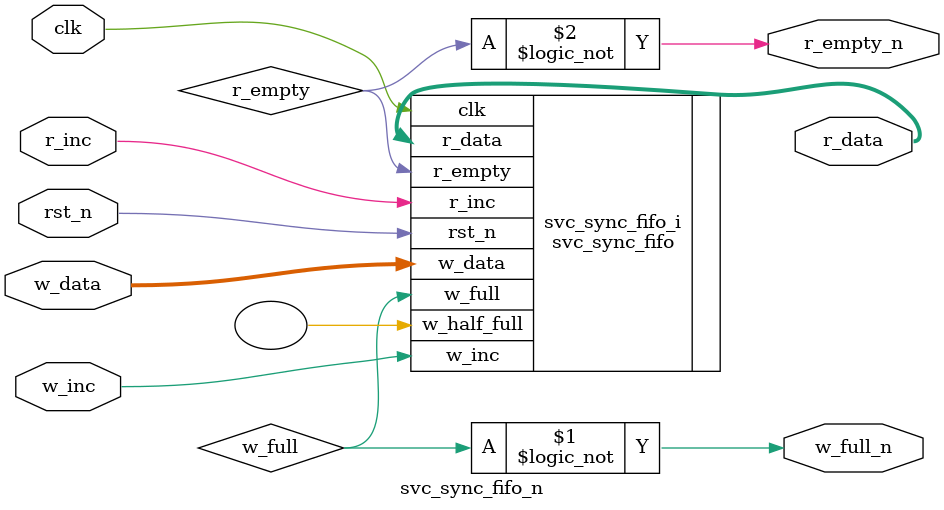
<source format=sv>
`ifndef SVC_SYNC_FIFO_N_SV
`define SVC_SYNC_FIFO_N_SV

`include "svc.sv"
`include "svc_sync_fifo.sv"


module svc_sync_fifo_n #(
    parameter ADDR_WIDTH = 1,
    parameter DATA_WIDTH = 8
) (
    input logic clk,
    input logic rst_n,

    input  logic                  w_inc,
    input  logic [DATA_WIDTH-1:0] w_data,
    output logic                  w_full_n,

    input  logic                  r_inc,
    output logic                  r_empty_n,
    output logic [DATA_WIDTH-1:0] r_data
);
  logic w_full;
  logic r_empty;

  assign w_full_n  = !w_full;
  assign r_empty_n = !r_empty;

  svc_sync_fifo #(
      .ADDR_WIDTH(ADDR_WIDTH),
      .DATA_WIDTH(DATA_WIDTH)
  ) svc_sync_fifo_i (
      .clk        (clk),
      .rst_n      (rst_n),
      .w_inc      (w_inc),
      .w_data     (w_data),
      .w_half_full(),
      .w_full     (w_full),
      .r_inc      (r_inc),
      .r_empty    (r_empty),
      .r_data     (r_data)
  );

endmodule
`endif

</source>
